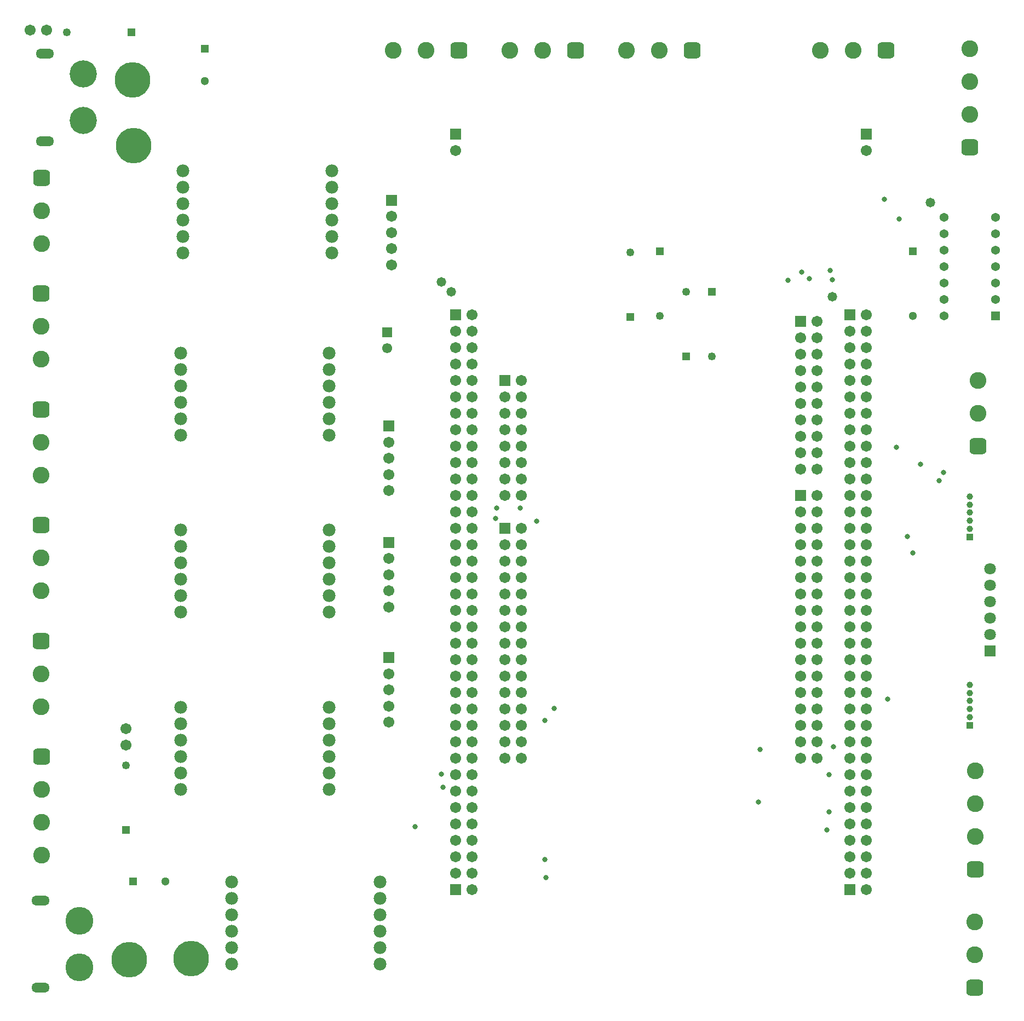
<source format=gts>
G04*
G04 #@! TF.GenerationSoftware,Altium Limited,Altium Designer,25.0.2 (28)*
G04*
G04 Layer_Color=8388736*
%FSLAX44Y44*%
%MOMM*%
G71*
G04*
G04 #@! TF.SameCoordinates,F35D9E54-4110-4E9A-A1CC-C6A2A34B17B7*
G04*
G04*
G04 #@! TF.FilePolarity,Negative*
G04*
G01*
G75*
%ADD21C,1.9812*%
%ADD22R,1.7112X1.7112*%
%ADD23C,1.7112*%
%ADD24R,1.7112X1.7112*%
%ADD25R,1.2500X1.2500*%
%ADD26C,1.2500*%
%ADD27C,5.5000*%
%ADD28R,1.5500X1.5500*%
%ADD29C,1.5500*%
%ADD30C,4.3032*%
%ADD31O,2.8032X1.5032*%
%ADD32C,4.2032*%
%ADD33C,2.6032*%
G04:AMPARAMS|DCode=34|XSize=2.6032mm|YSize=2.6032mm|CornerRadius=0.7016mm|HoleSize=0mm|Usage=FLASHONLY|Rotation=90.000|XOffset=0mm|YOffset=0mm|HoleType=Round|Shape=RoundedRectangle|*
%AMROUNDEDRECTD34*
21,1,2.6032,1.2000,0,0,90.0*
21,1,1.2000,2.6032,0,0,90.0*
1,1,1.4032,0.6000,0.6000*
1,1,1.4032,0.6000,-0.6000*
1,1,1.4032,-0.6000,-0.6000*
1,1,1.4032,-0.6000,0.6000*
%
%ADD34ROUNDEDRECTD34*%
G04:AMPARAMS|DCode=35|XSize=2.6032mm|YSize=2.6032mm|CornerRadius=0.7016mm|HoleSize=0mm|Usage=FLASHONLY|Rotation=0.000|XOffset=0mm|YOffset=0mm|HoleType=Round|Shape=RoundedRectangle|*
%AMROUNDEDRECTD35*
21,1,2.6032,1.2000,0,0,0.0*
21,1,1.2000,2.6032,0,0,0.0*
1,1,1.4032,0.6000,-0.6000*
1,1,1.4032,-0.6000,-0.6000*
1,1,1.4032,-0.6000,0.6000*
1,1,1.4032,0.6000,0.6000*
%
%ADD35ROUNDEDRECTD35*%
%ADD36C,1.3000*%
%ADD37R,1.3000X1.3000*%
%ADD38R,1.3000X1.3000*%
%ADD39C,1.7032*%
%ADD40R,1.3732X1.3732*%
%ADD41C,1.3732*%
%ADD42R,1.0024X1.0024*%
%ADD43C,1.0024*%
%ADD44R,1.8082X1.8082*%
%ADD45C,1.8082*%
%ADD46R,1.2500X1.2500*%
%ADD47C,1.4732*%
%ADD48C,0.8232*%
D21*
X490823Y1020270D02*
D03*
Y994870D02*
D03*
Y969470D02*
D03*
Y944070D02*
D03*
Y918670D02*
D03*
Y893270D02*
D03*
X260953Y1020270D02*
D03*
Y994870D02*
D03*
Y969470D02*
D03*
Y944070D02*
D03*
Y918670D02*
D03*
Y893270D02*
D03*
X490823Y472900D02*
D03*
Y447500D02*
D03*
Y422100D02*
D03*
Y396700D02*
D03*
Y371300D02*
D03*
Y345900D02*
D03*
X260953Y472900D02*
D03*
Y447500D02*
D03*
Y422100D02*
D03*
Y396700D02*
D03*
Y371300D02*
D03*
Y345900D02*
D03*
Y620220D02*
D03*
Y645620D02*
D03*
Y671020D02*
D03*
Y696420D02*
D03*
Y721820D02*
D03*
Y747220D02*
D03*
X490823Y620220D02*
D03*
Y645620D02*
D03*
Y671020D02*
D03*
Y696420D02*
D03*
Y721820D02*
D03*
Y747220D02*
D03*
X569563Y202390D02*
D03*
Y176990D02*
D03*
Y151590D02*
D03*
Y126190D02*
D03*
Y100790D02*
D03*
Y75390D02*
D03*
X339693Y202390D02*
D03*
Y176990D02*
D03*
Y151590D02*
D03*
Y126190D02*
D03*
Y100790D02*
D03*
Y75390D02*
D03*
X264763Y1175210D02*
D03*
Y1200610D02*
D03*
Y1226010D02*
D03*
Y1251410D02*
D03*
Y1276810D02*
D03*
Y1302210D02*
D03*
X494633Y1175210D02*
D03*
Y1200610D02*
D03*
Y1226010D02*
D03*
Y1251410D02*
D03*
Y1276810D02*
D03*
Y1302210D02*
D03*
D22*
X1320800Y1358950D02*
D03*
X685800D02*
D03*
X1295400Y190350D02*
D03*
X685800Y190550D02*
D03*
X1219200Y800150D02*
D03*
Y1069390D02*
D03*
X762000Y749350D02*
D03*
Y977950D02*
D03*
X1295400Y1079350D02*
D03*
X685800Y1079550D02*
D03*
D23*
X1320800Y1333550D02*
D03*
X685800D02*
D03*
X1320800Y190350D02*
D03*
Y215750D02*
D03*
X1295400D02*
D03*
X1320800Y241150D02*
D03*
X1295400D02*
D03*
X1320800Y266550D02*
D03*
X1295400D02*
D03*
X1320800Y291950D02*
D03*
X1295400D02*
D03*
X1320800Y317350D02*
D03*
X1295400D02*
D03*
X1320800Y342750D02*
D03*
X1295400D02*
D03*
X1320800Y368150D02*
D03*
X1295400D02*
D03*
X1320800Y393550D02*
D03*
X1295400D02*
D03*
X1320800Y418950D02*
D03*
X1295400D02*
D03*
X1320800Y444350D02*
D03*
X1295400D02*
D03*
X1320800Y469750D02*
D03*
X1295400D02*
D03*
X1320800Y495150D02*
D03*
X1295400D02*
D03*
X1320800Y520550D02*
D03*
X1295400D02*
D03*
X1320800Y545950D02*
D03*
X1295400D02*
D03*
X1320800Y571350D02*
D03*
X1295400D02*
D03*
X1320800Y596750D02*
D03*
X1295400D02*
D03*
X1320800Y622150D02*
D03*
X1295400D02*
D03*
X1320800Y647550D02*
D03*
X1295400D02*
D03*
X1320800Y672950D02*
D03*
X1295400D02*
D03*
X1320800Y698350D02*
D03*
X1295400D02*
D03*
X1320800Y723750D02*
D03*
X1295400D02*
D03*
X1320800Y749150D02*
D03*
X1295400D02*
D03*
X1320800Y774550D02*
D03*
X1295400D02*
D03*
X1320800Y799950D02*
D03*
X1295400D02*
D03*
X1320800Y825350D02*
D03*
X1295400D02*
D03*
X1320800Y850750D02*
D03*
X1295400D02*
D03*
X1320800Y876150D02*
D03*
X1295400D02*
D03*
X1320800Y901550D02*
D03*
X1295400D02*
D03*
X1320800Y926950D02*
D03*
X1295400D02*
D03*
X1320800Y952350D02*
D03*
X1295400D02*
D03*
X1320800Y977750D02*
D03*
X1295400D02*
D03*
X1320800Y1003150D02*
D03*
X1295400D02*
D03*
X1320800Y1028550D02*
D03*
X1295400D02*
D03*
X1320800Y1053950D02*
D03*
X1295400D02*
D03*
X1244600Y393750D02*
D03*
X1219200D02*
D03*
X787400D02*
D03*
X762000D02*
D03*
X1244600Y840790D02*
D03*
X1219200D02*
D03*
X1244600Y866190D02*
D03*
X1219200D02*
D03*
X1244600Y891590D02*
D03*
X1219200D02*
D03*
X1244600Y916990D02*
D03*
X1219200D02*
D03*
X1244600Y942390D02*
D03*
X1219200D02*
D03*
X1244600Y967790D02*
D03*
X1219200D02*
D03*
X1244600Y993190D02*
D03*
X1219200D02*
D03*
X1244600Y1018590D02*
D03*
X1219200D02*
D03*
X1244600Y1043990D02*
D03*
X1219200D02*
D03*
X711200Y190550D02*
D03*
X1244600Y419150D02*
D03*
X1219200D02*
D03*
X1244600Y444550D02*
D03*
X1219200D02*
D03*
X1244600Y469950D02*
D03*
X1219200D02*
D03*
X1244600Y495350D02*
D03*
X1219200D02*
D03*
X1244600Y520750D02*
D03*
X1219200D02*
D03*
X1244600Y546150D02*
D03*
X1219200D02*
D03*
X1244600Y571550D02*
D03*
X1219200D02*
D03*
X1244600Y596950D02*
D03*
X1219200D02*
D03*
X1244600Y622350D02*
D03*
X1219200D02*
D03*
X1244600Y647750D02*
D03*
X1219200D02*
D03*
X1244600Y673150D02*
D03*
X1219200D02*
D03*
X1244600Y698550D02*
D03*
X1219200D02*
D03*
X1244600Y723950D02*
D03*
X1219200D02*
D03*
X1244600Y749350D02*
D03*
X1219200D02*
D03*
X1244600Y774750D02*
D03*
X1219200D02*
D03*
X1244600Y800150D02*
D03*
Y1069390D02*
D03*
X787400Y419150D02*
D03*
X762000D02*
D03*
X787400Y444550D02*
D03*
X762000D02*
D03*
X787400Y469950D02*
D03*
X762000D02*
D03*
X787400Y495350D02*
D03*
X762000D02*
D03*
X787400Y520750D02*
D03*
X762000D02*
D03*
X787400Y546150D02*
D03*
X762000D02*
D03*
X787400Y571550D02*
D03*
X762000D02*
D03*
X787400Y596950D02*
D03*
X762000D02*
D03*
X787400Y622350D02*
D03*
X762000D02*
D03*
X787400Y647750D02*
D03*
X762000D02*
D03*
X787400Y673150D02*
D03*
X762000D02*
D03*
X787400Y698550D02*
D03*
X762000D02*
D03*
X787400Y723950D02*
D03*
X762000D02*
D03*
X787400Y749350D02*
D03*
Y800150D02*
D03*
X762000D02*
D03*
X787400Y825550D02*
D03*
X762000D02*
D03*
X787400Y850950D02*
D03*
X762000D02*
D03*
X787400Y876350D02*
D03*
X762000D02*
D03*
X787400Y901750D02*
D03*
X762000D02*
D03*
X787400Y927150D02*
D03*
X762000D02*
D03*
X787400Y952550D02*
D03*
X762000D02*
D03*
X787400Y977950D02*
D03*
X1320800Y1079350D02*
D03*
X711200Y215950D02*
D03*
X685800D02*
D03*
X711200Y241350D02*
D03*
X685800D02*
D03*
X711200Y266750D02*
D03*
X685800D02*
D03*
X711200Y292150D02*
D03*
X685800D02*
D03*
X711200Y317550D02*
D03*
X685800D02*
D03*
X711200Y342950D02*
D03*
X685800D02*
D03*
X711200Y368350D02*
D03*
X685800D02*
D03*
X711200Y393750D02*
D03*
X685800D02*
D03*
X711200Y419150D02*
D03*
X685800D02*
D03*
X711200Y444550D02*
D03*
X685800D02*
D03*
X711200Y469950D02*
D03*
X685800D02*
D03*
X711200Y495350D02*
D03*
X685800D02*
D03*
X711200Y520750D02*
D03*
X685800D02*
D03*
X711200Y546150D02*
D03*
X685800D02*
D03*
X711200Y571550D02*
D03*
X685800D02*
D03*
X711200Y596950D02*
D03*
X685800D02*
D03*
X711200Y622350D02*
D03*
X685800D02*
D03*
X711200Y647750D02*
D03*
X685800D02*
D03*
X711200Y673150D02*
D03*
X685800D02*
D03*
X711200Y698550D02*
D03*
X685800D02*
D03*
X711200Y723950D02*
D03*
X685800D02*
D03*
X711200Y749350D02*
D03*
X685800D02*
D03*
X711200Y774750D02*
D03*
X685800D02*
D03*
X711200Y800150D02*
D03*
X685800D02*
D03*
X711200Y825550D02*
D03*
X685800D02*
D03*
X711200Y850950D02*
D03*
X685800D02*
D03*
X711200Y876350D02*
D03*
X685800D02*
D03*
X711200Y901750D02*
D03*
X685800D02*
D03*
X711200Y927150D02*
D03*
X685800D02*
D03*
X711200Y952550D02*
D03*
X685800D02*
D03*
X711200Y977950D02*
D03*
X685800D02*
D03*
X711200Y1003350D02*
D03*
X685800D02*
D03*
X711200Y1028750D02*
D03*
X685800D02*
D03*
X711200Y1054150D02*
D03*
X685800D02*
D03*
X711200Y1079550D02*
D03*
X586740Y1156900D02*
D03*
Y1231900D02*
D03*
Y1181900D02*
D03*
Y1206900D02*
D03*
X582930Y627710D02*
D03*
Y702710D02*
D03*
Y652710D02*
D03*
Y677710D02*
D03*
Y449510D02*
D03*
Y524510D02*
D03*
Y474510D02*
D03*
Y499510D02*
D03*
Y807650D02*
D03*
Y882650D02*
D03*
Y832650D02*
D03*
Y857650D02*
D03*
D24*
X586740Y1256900D02*
D03*
X582930Y727710D02*
D03*
Y549510D02*
D03*
Y907650D02*
D03*
D25*
X1002030Y1177760D02*
D03*
X1082040Y1115530D02*
D03*
X956310Y1076490D02*
D03*
X1042670Y1015530D02*
D03*
X176530Y282740D02*
D03*
D26*
X1002030Y1077760D02*
D03*
X1082040Y1015530D02*
D03*
X956310Y1176490D02*
D03*
X1042670Y1115530D02*
D03*
X176530Y382740D02*
D03*
X84620Y1516380D02*
D03*
D27*
X186690Y1442720D02*
D03*
X187960Y1341120D02*
D03*
X181610Y82550D02*
D03*
X276860Y83820D02*
D03*
D28*
X580560Y1052630D02*
D03*
D29*
Y1027630D02*
D03*
D30*
X104450Y142490D02*
D03*
Y70490D02*
D03*
D31*
X44450Y173990D02*
D03*
Y38990D02*
D03*
X50800Y1483360D02*
D03*
Y1348360D02*
D03*
D32*
X110800Y1451860D02*
D03*
Y1379860D02*
D03*
D33*
X45140Y473710D02*
D03*
Y524510D02*
D03*
X1480820Y1490980D02*
D03*
Y1440180D02*
D03*
Y1389380D02*
D03*
X640080Y1488440D02*
D03*
X589280D02*
D03*
X820420D02*
D03*
X769620D02*
D03*
X1000760D02*
D03*
X949960D02*
D03*
X1300480D02*
D03*
X1249680D02*
D03*
X1493520Y977900D02*
D03*
Y927100D02*
D03*
X1489020Y90170D02*
D03*
Y140970D02*
D03*
X45720Y243840D02*
D03*
Y294640D02*
D03*
Y345440D02*
D03*
X1489710Y374650D02*
D03*
Y323850D02*
D03*
Y273050D02*
D03*
X45140Y1061720D02*
D03*
Y1010920D02*
D03*
Y882650D02*
D03*
Y831850D02*
D03*
Y703580D02*
D03*
Y652780D02*
D03*
X45720Y1240790D02*
D03*
Y1189990D02*
D03*
D34*
X45140Y575310D02*
D03*
X1480820Y1338580D02*
D03*
X1493520Y876300D02*
D03*
X1489020Y39370D02*
D03*
X45720Y396240D02*
D03*
X1489710Y222250D02*
D03*
X45140Y1112520D02*
D03*
Y933450D02*
D03*
Y754380D02*
D03*
X45720Y1291590D02*
D03*
D35*
X690880Y1488440D02*
D03*
X871220D02*
D03*
X1051560D02*
D03*
X1351280D02*
D03*
D36*
X1393190Y1077760D02*
D03*
X237490Y203200D02*
D03*
X298450Y1441450D02*
D03*
D37*
X1393190Y1177760D02*
D03*
X298450Y1491450D02*
D03*
D38*
X187490Y203200D02*
D03*
D39*
X176530Y414020D02*
D03*
Y439420D02*
D03*
X53340Y1520190D02*
D03*
X27940D02*
D03*
D40*
X1520850Y1078230D02*
D03*
D41*
Y1103630D02*
D03*
Y1129030D02*
D03*
Y1154430D02*
D03*
Y1179830D02*
D03*
Y1205230D02*
D03*
Y1230630D02*
D03*
X1441450D02*
D03*
Y1205230D02*
D03*
Y1179830D02*
D03*
Y1154430D02*
D03*
Y1129030D02*
D03*
Y1103630D02*
D03*
Y1078230D02*
D03*
D42*
X1480820Y444900D02*
D03*
X1480820Y736130D02*
D03*
D43*
X1480820Y457400D02*
D03*
Y469900D02*
D03*
Y482400D02*
D03*
Y494900D02*
D03*
Y507400D02*
D03*
X1480820Y798630D02*
D03*
Y786130D02*
D03*
Y773630D02*
D03*
Y761130D02*
D03*
Y748630D02*
D03*
D44*
X1512570Y560070D02*
D03*
D45*
Y585470D02*
D03*
Y610870D02*
D03*
Y636270D02*
D03*
Y661670D02*
D03*
Y687070D02*
D03*
D46*
X184620Y1516380D02*
D03*
D47*
X1419860Y1253490D02*
D03*
X1268730Y1107440D02*
D03*
X664210Y1130300D02*
D03*
X679450Y1115060D02*
D03*
D48*
X1200150Y1132840D02*
D03*
X1220904Y1145974D02*
D03*
X1264920Y1148080D02*
D03*
X1348740Y1258570D02*
D03*
X1233170Y1135380D02*
D03*
X1268730Y1134110D02*
D03*
X1371600Y1228090D02*
D03*
X1384300Y736600D02*
D03*
X1393190Y711200D02*
D03*
X824230Y237490D02*
D03*
X838200Y471170D02*
D03*
X824230Y452120D02*
D03*
X825500Y209550D02*
D03*
X1263650Y368300D02*
D03*
X1270000Y411480D02*
D03*
X1440180Y835660D02*
D03*
X1433830Y822960D02*
D03*
X1367790Y875030D02*
D03*
X1404620Y848360D02*
D03*
X1353820Y485140D02*
D03*
X623570Y288290D02*
D03*
X666750Y349250D02*
D03*
X1259840Y283210D02*
D03*
X1154430Y326390D02*
D03*
X664210Y369570D02*
D03*
X1156970Y407670D02*
D03*
X811530Y760730D02*
D03*
X748030Y764540D02*
D03*
X786130Y781050D02*
D03*
X749300D02*
D03*
X1263650Y311150D02*
D03*
M02*

</source>
